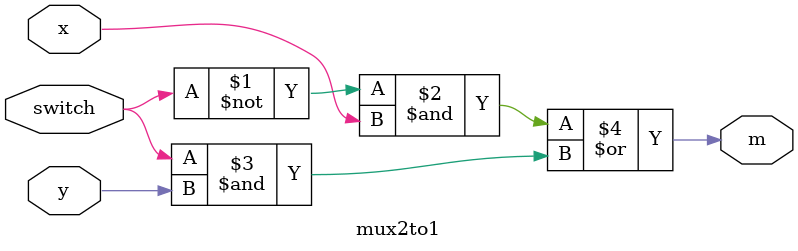
<source format=v>

module part3(clock, reset, ParallelLoadn, RotateRight, ASRight, Data_IN, Q);

	input clock, reset, ParallelLoadn, RotateRight, ASRight;
	input [3:0] Data_IN;
	output [3:0] Q; 
	
	
	wire w0, w1, w2, w3, arithw1, arithw2;
	assign Q[0] = w0;
	assign Q[1] = w1;
	assign Q[2] = w2;
	assign Q[3] = w3;
	
	mux2to1 heyy (.x(arithw1), .y(arithw2), .switch(ASRight), .m(w3));

	subcircuit hey0 (.right(Q[3]), .left(Q[1]), .LoadLeft(RotateRight), .D(Data_IN[0]), .loadn(ParallelLoadn), .Q(w0), .clk(clock), .reset(reset)); //corresponds to the very right register
	subcircuit hey1 (.right(Q[0]), .left(Q[2]), .LoadLeft(RotateRight), .D(Data_IN[1]), .loadn(ParallelLoadn), .Q(w1), .clk(clock), .reset(reset)); //corresponds to the 2nd register
	subcircuit hey2 (.right(Q[1]), .left(Q[3]), .LoadLeft(RotateRight), .D(Data_IN[2]), .loadn(ParallelLoadn), .Q(w2), .clk(clock), .reset(reset)); 
	subcircuit arith1 (.right(Q[2]), .left(Q[0]), .LoadLeft(RotateRight), .D(Data_IN[3]), .loadn(ParallelLoadn), .Q(arithw1), .clk(clock), .reset(reset));
	subcircuit arith2 (.right(Q[2]), .left(Q[3]), .LoadLeft(RotateRight), .D(Data_IN[3]), .loadn(ParallelLoadn), .Q(arithw2), .clk(clock), .reset(reset));
	
endmodule 

module subcircuit (right, left, LoadLeft, D, loadn, Q, clk, reset);

	input reset, right, left, D, clk, LoadLeft, loadn;
	output reg Q; 
	
	always @ (posedge clk)
		begin
		
			if (reset)

				Q <= 1'b0;
				
			else 
			
				if (!loadn) Q<=D;
				
				else
		
					if (LoadLeft) Q<= left;
					 
					else Q<=right;
				
		end
		
	always @ (negedge clk) begin
	
	
			if (reset) Q<= 1'b0;
			
		end 	

endmodule 

module mux2to1 (x, y, switch, m);

	input x, y, switch;
	output m;
	assign m = (~switch&x)|(switch&y);
	
endmodule 
</source>
